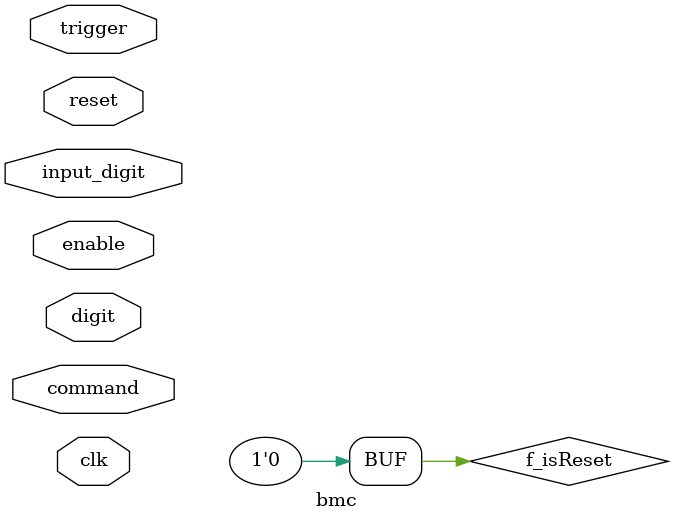
<source format=v>
/*
 *  OffCourse::Verilog
 *		- Home Security BMC
 *
 *  Copyright: Sybe
 *  License: GPLv3 or later
 */

module	bmc(
  input wire clk,
  input wire enable,
  input wire reset,
  input wire trigger,
  input wire [1:0] command,
  input wire [3:0] digit,
  input wire input_digit,
);

  reg f_isReset;
  initial f_isReset <= 0;
  wire armed_ref, armed_dut;
  wire alarm_ref, alarm_dut;
  wire [3:0] state_ref, state_dut;

  REF REF (
    .clk(clk),
    .reset(reset),
    .trigger(trigger),
    .command(command),
    .digit(digit),
    .input_digit(input_digit),

    .armed(armed_ref),
    .alarm(alarm_ref),
    .state_ref(state_ref)

  );

  UUT UUT(
    .clk(clk),
    .reset(reset),
    .trigger(trigger),
    .command(command),
    .digit(digit),
    .input_digit(input_digit),

    .armed(armed_dut),
    .alarm(alarm_dut),
    .state(state_dut)
  );

`ifdef	FORMAL
  always @(posedge clk) begin
    if(reset)
        f_isReset <= 1;
  end

  always @(*) begin
    if(f_isReset) begin
        assert(armed_ref == armed_dut);
        assert(alarm_ref == alarm_ref);
        assert(state_ref == state_dut);
    end
  end
`endif
endmodule

</source>
